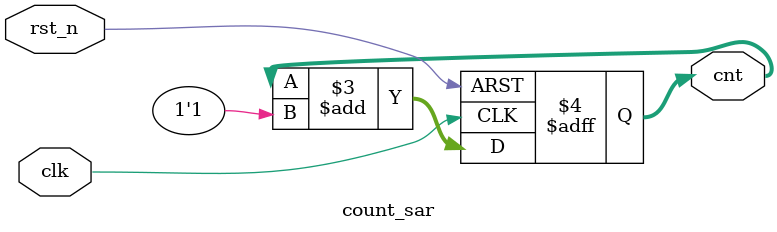
<source format=v>
module count_sar(clk, rst_n, cnt);
    input clk, rst_n;
    output [9:0] cnt;
    reg [9:0] cnt;

    always @(posedge clk, negedge rst_n)
    begin
        if (!rst_n) cnt <= 10'b0;
        else cnt <= cnt + 1'b1;
    end
endmodule




</source>
